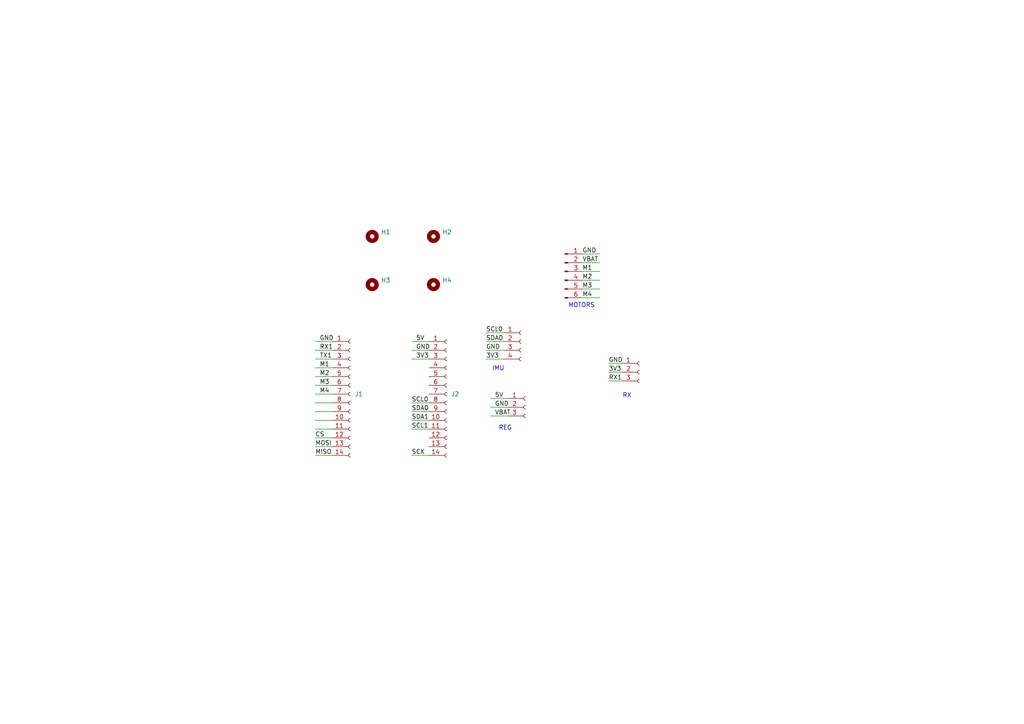
<source format=kicad_sch>
(kicad_sch (version 20250114) (generator "eeschema") (generator_version "9.0")
  (paper "A4")
  (lib_symbols
    (symbol "Connector:Conn_01x03_Socket" (pin_names (offset 1.016) (hide yes))
      (property "Reference" "J" (at 0 5.08 0))
      (property "Value" "Conn_01x03_Socket" (at 0 -5.08 0))
      (symbol "Conn_01x03_Socket_1_1"
        (polyline (pts (xy -1.27 2.54) (xy -0.508 2.54)) (stroke (width 0.1524)))
        (polyline (pts (xy -1.27 0) (xy -0.508 0)) (stroke (width 0.1524)))
        (polyline (pts (xy -1.27 -2.54) (xy -0.508 -2.54)) (stroke (width 0.1524)))
        (arc (start 0 2.032) (mid -0.5058 2.54) (end 0 3.048) (stroke (width 0.1524)))
        (arc (start 0 -0.508) (mid -0.5058 0) (end 0 0.508) (stroke (width 0.1524)))
        (arc (start 0 -3.048) (mid -0.5058 -2.54) (end 0 -2.032) (stroke (width 0.1524)))
        (pin passive line (at -5.08 2.54 0) (length 3.81) (name "Pin_1") (number "1"))
        (pin passive line (at -5.08 0 0) (length 3.81) (name "Pin_2") (number "2"))
        (pin passive line (at -5.08 -2.54 0) (length 3.81) (name "Pin_3") (number "3"))
      )
    )
    (symbol "Connector:Conn_01x04_Socket" (pin_names (offset 1.016) (hide yes))
      (property "Reference" "J" (at 0 5.08 0))
      (property "Value" "Conn_01x04_Socket" (at 0 -7.62 0))
      (symbol "Conn_01x04_Socket_1_1"
        (polyline (pts (xy -1.27 2.54) (xy -0.508 2.54)) (stroke (width 0.1524)))
        (polyline (pts (xy -1.27 0) (xy -0.508 0)) (stroke (width 0.1524)))
        (polyline (pts (xy -1.27 -2.54) (xy -0.508 -2.54)) (stroke (width 0.1524)))
        (polyline (pts (xy -1.27 -5.08) (xy -0.508 -5.08)) (stroke (width 0.1524)))
        (arc (start 0 2.032) (mid -0.5058 2.54) (end 0 3.048) (stroke (width 0.1524)))
        (arc (start 0 -0.508) (mid -0.5058 0) (end 0 0.508) (stroke (width 0.1524)))
        (arc (start 0 -3.048) (mid -0.5058 -2.54) (end 0 -2.032) (stroke (width 0.1524)))
        (arc (start 0 -5.588) (mid -0.5058 -5.08) (end 0 -4.572) (stroke (width 0.1524)))
        (pin passive line (at -5.08 2.54 0) (length 3.81) (name "Pin_1") (number "1"))
        (pin passive line (at -5.08 0 0) (length 3.81) (name "Pin_2") (number "2"))
        (pin passive line (at -5.08 -2.54 0) (length 3.81) (name "Pin_3") (number "3"))
        (pin passive line (at -5.08 -5.08 0) (length 3.81) (name "Pin_4") (number "4"))
      )
    )
    (symbol "Connector:Conn_01x06_Pin" (pin_names (offset 1.016) (hide yes))
      (property "Reference" "J" (at 0 7.62 0))
      (property "Value" "Conn_01x06_Pin" (at 0 -10.16 0))
      (symbol "Conn_01x06_Pin_1_1"
        (rectangle (start 0.8636 5.207) (end 0 4.953) (stroke (width 0.1524)) (fill (type outline)))
        (rectangle (start 0.8636 2.667) (end 0 2.413) (stroke (width 0.1524)) (fill (type outline)))
        (rectangle (start 0.8636 0.127) (end 0 -0.127) (stroke (width 0.1524)) (fill (type outline)))
        (rectangle (start 0.8636 -2.413) (end 0 -2.667) (stroke (width 0.1524)) (fill (type outline)))
        (rectangle (start 0.8636 -4.953) (end 0 -5.207) (stroke (width 0.1524)) (fill (type outline)))
        (rectangle (start 0.8636 -7.493) (end 0 -7.747) (stroke (width 0.1524)) (fill (type outline)))
        (polyline (pts (xy 1.27 5.08) (xy 0.8636 5.08)) (stroke (width 0.1524)))
        (polyline (pts (xy 1.27 2.54) (xy 0.8636 2.54)) (stroke (width 0.1524)))
        (polyline (pts (xy 1.27 0) (xy 0.8636 0)) (stroke (width 0.1524)))
        (polyline (pts (xy 1.27 -2.54) (xy 0.8636 -2.54)) (stroke (width 0.1524)))
        (polyline (pts (xy 1.27 -5.08) (xy 0.8636 -5.08)) (stroke (width 0.1524)))
        (polyline (pts (xy 1.27 -7.62) (xy 0.8636 -7.62)) (stroke (width 0.1524)))
        (pin passive line (at 5.08 5.08 180) (length 3.81) (name "Pin_1") (number "1"))
        (pin passive line (at 5.08 2.54 180) (length 3.81) (name "Pin_2") (number "2"))
        (pin passive line (at 5.08 0 180) (length 3.81) (name "Pin_3") (number "3"))
        (pin passive line (at 5.08 -2.54 180) (length 3.81) (name "Pin_4") (number "4"))
        (pin passive line (at 5.08 -5.08 180) (length 3.81) (name "Pin_5") (number "5"))
        (pin passive line (at 5.08 -7.62 180) (length 3.81) (name "Pin_6") (number "6"))
      )
    )
    (symbol "Connector:Conn_01x14_Socket" (pin_names (offset 1.016) (hide yes))
      (property "Reference" "J" (at 0 17.78 0))
      (property "Value" "Conn_01x14_Socket" (at 0 -20.32 0))
      (symbol "Conn_01x14_Socket_1_1"
        (polyline (pts (xy -1.27 15.24) (xy -0.508 15.24)) (stroke (width 0.1524)))
        (polyline (pts (xy -1.27 12.7) (xy -0.508 12.7)) (stroke (width 0.1524)))
        (polyline (pts (xy -1.27 10.16) (xy -0.508 10.16)) (stroke (width 0.1524)))
        (polyline (pts (xy -1.27 7.62) (xy -0.508 7.62)) (stroke (width 0.1524)))
        (polyline (pts (xy -1.27 5.08) (xy -0.508 5.08)) (stroke (width 0.1524)))
        (polyline (pts (xy -1.27 2.54) (xy -0.508 2.54)) (stroke (width 0.1524)))
        (polyline (pts (xy -1.27 0) (xy -0.508 0)) (stroke (width 0.1524)))
        (polyline (pts (xy -1.27 -2.54) (xy -0.508 -2.54)) (stroke (width 0.1524)))
        (polyline (pts (xy -1.27 -5.08) (xy -0.508 -5.08)) (stroke (width 0.1524)))
        (polyline (pts (xy -1.27 -7.62) (xy -0.508 -7.62)) (stroke (width 0.1524)))
        (polyline (pts (xy -1.27 -10.16) (xy -0.508 -10.16)) (stroke (width 0.1524)))
        (polyline (pts (xy -1.27 -12.7) (xy -0.508 -12.7)) (stroke (width 0.1524)))
        (polyline (pts (xy -1.27 -15.24) (xy -0.508 -15.24)) (stroke (width 0.1524)))
        (polyline (pts (xy -1.27 -17.78) (xy -0.508 -17.78)) (stroke (width 0.1524)))
        (arc (start 0 14.732) (mid -0.5058 15.24) (end 0 15.748) (stroke (width 0.1524)))
        (arc (start 0 12.192) (mid -0.5058 12.7) (end 0 13.208) (stroke (width 0.1524)))
        (arc (start 0 9.652) (mid -0.5058 10.16) (end 0 10.668) (stroke (width 0.1524)))
        (arc (start 0 7.112) (mid -0.5058 7.62) (end 0 8.128) (stroke (width 0.1524)))
        (arc (start 0 4.572) (mid -0.5058 5.08) (end 0 5.588) (stroke (width 0.1524)))
        (arc (start 0 2.032) (mid -0.5058 2.54) (end 0 3.048) (stroke (width 0.1524)))
        (arc (start 0 -0.508) (mid -0.5058 0) (end 0 0.508) (stroke (width 0.1524)))
        (arc (start 0 -3.048) (mid -0.5058 -2.54) (end 0 -2.032) (stroke (width 0.1524)))
        (arc (start 0 -5.588) (mid -0.5058 -5.08) (end 0 -4.572) (stroke (width 0.1524)))
        (arc (start 0 -8.128) (mid -0.5058 -7.62) (end 0 -7.112) (stroke (width 0.1524)))
        (arc (start 0 -10.668) (mid -0.5058 -10.16) (end 0 -9.652) (stroke (width 0.1524)))
        (arc (start 0 -13.208) (mid -0.5058 -12.7) (end 0 -12.192) (stroke (width 0.1524)))
        (arc (start 0 -15.748) (mid -0.5058 -15.24) (end 0 -14.732) (stroke (width 0.1524)))
        (arc (start 0 -18.288) (mid -0.5058 -17.78) (end 0 -17.272) (stroke (width 0.1524)))
        (pin passive line (at -5.08 15.24 0) (length 3.81) (name "Pin_1") (number "1"))
        (pin passive line (at -5.08 12.7 0) (length 3.81) (name "Pin_2") (number "2"))
        (pin passive line (at -5.08 10.16 0) (length 3.81) (name "Pin_3") (number "3"))
        (pin passive line (at -5.08 7.62 0) (length 3.81) (name "Pin_4") (number "4"))
        (pin passive line (at -5.08 5.08 0) (length 3.81) (name "Pin_5") (number "5"))
        (pin passive line (at -5.08 2.54 0) (length 3.81) (name "Pin_6") (number "6"))
        (pin passive line (at -5.08 0 0) (length 3.81) (name "Pin_7") (number "7"))
        (pin passive line (at -5.08 -2.54 0) (length 3.81) (name "Pin_8") (number "8"))
        (pin passive line (at -5.08 -5.08 0) (length 3.81) (name "Pin_9") (number "9"))
        (pin passive line (at -5.08 -7.62 0) (length 3.81) (name "Pin_10") (number "10"))
        (pin passive line (at -5.08 -10.16 0) (length 3.81) (name "Pin_11") (number "11"))
        (pin passive line (at -5.08 -12.7 0) (length 3.81) (name "Pin_12") (number "12"))
        (pin passive line (at -5.08 -15.24 0) (length 3.81) (name "Pin_13") (number "13"))
        (pin passive line (at -5.08 -17.78 0) (length 3.81) (name "Pin_14") (number "14"))
      )
    )
    (symbol "Mechanical:MountingHole" (pin_names (offset 1.016)) (in_bom no)
      (property "Reference" "H" (at 0 5.08 0))
      (property "Value" "MountingHole" (at 0 3.175 0))
      (symbol "MountingHole_0_1"
        (circle (center 0 0) (radius 1.27) (stroke (width 1.27)))
      )
    )
  )
  (text "REG" (at 146.558 124.206 0) (effects (font (size 1.27 1.27))))
  (text "IMU" (at 144.526 106.934 0) (effects (font (size 1.27 1.27))))
  (text "RX" (at 181.864 114.808 0) (effects (font (size 1.27 1.27))))
  (text "MOTORS" (at 168.656 88.646 0) (effects (font (size 1.27 1.27))))
  (wire (pts (xy 119.38 99.06) (xy 124.46 99.06)))
  (wire (pts (xy 168.91 81.28) (xy 173.99 81.28)))
  (wire (pts (xy 142.24 118.11) (xy 147.32 118.11)))
  (wire (pts (xy 140.97 96.52) (xy 146.05 96.52)))
  (wire (pts (xy 91.44 129.54) (xy 96.52 129.54)))
  (wire (pts (xy 119.38 119.38) (xy 124.46 119.38)))
  (wire (pts (xy 168.91 86.36) (xy 173.99 86.36)))
  (wire (pts (xy 119.38 101.6) (xy 124.46 101.6)))
  (wire (pts (xy 91.44 111.76) (xy 96.52 111.76)))
  (wire (pts (xy 140.97 104.14) (xy 146.05 104.14)))
  (wire (pts (xy 168.91 83.82) (xy 173.99 83.82)))
  (wire (pts (xy 91.44 101.6) (xy 96.52 101.6)))
  (wire (pts (xy 168.91 73.66) (xy 173.99 73.66)))
  (wire (pts (xy 119.38 121.92) (xy 124.46 121.92)))
  (wire (pts (xy 91.44 127) (xy 96.52 127)))
  (wire (pts (xy 91.44 121.92) (xy 96.52 121.92)))
  (wire (pts (xy 91.44 106.68) (xy 96.52 106.68)))
  (wire (pts (xy 176.53 107.95) (xy 180.34 107.95)))
  (wire (pts (xy 91.44 114.3) (xy 96.52 114.3)))
  (wire (pts (xy 176.53 110.49) (xy 180.34 110.49)))
  (wire (pts (xy 91.44 116.84) (xy 96.52 116.84)))
  (wire (pts (xy 142.24 115.57) (xy 147.32 115.57)))
  (wire (pts (xy 168.91 78.74) (xy 173.99 78.74)))
  (wire (pts (xy 119.38 124.46) (xy 124.46 124.46)))
  (wire (pts (xy 119.38 116.84) (xy 124.46 116.84)))
  (wire (pts (xy 140.97 101.6) (xy 146.05 101.6)))
  (wire (pts (xy 140.97 99.06) (xy 146.05 99.06)))
  (wire (pts (xy 91.44 132.08) (xy 96.52 132.08)))
  (wire (pts (xy 142.24 120.65) (xy 147.32 120.65)))
  (wire (pts (xy 176.53 105.41) (xy 180.34 105.41)))
  (wire (pts (xy 91.44 104.14) (xy 96.52 104.14)))
  (wire (pts (xy 91.44 109.22) (xy 96.52 109.22)))
  (wire (pts (xy 91.44 124.46) (xy 96.52 124.46)))
  (wire (pts (xy 91.44 119.38) (xy 96.52 119.38)))
  (wire (pts (xy 119.38 132.08) (xy 124.46 132.08)))
  (wire (pts (xy 119.38 104.14) (xy 124.46 104.14)))
  (wire (pts (xy 168.91 76.2) (xy 173.99 76.2)))
  (wire (pts (xy 91.44 99.06) (xy 96.52 99.06)))
  (label "M3" (at 168.91 83.82 0))
  (label "SDA0" (at 119.38 119.38 0))
  (label "GND" (at 92.71 99.06 0))
  (label "SCK" (at 119.38 132.08 0))
  (label "M2" (at 168.91 81.28 0))
  (label "VBAT" (at 143.51 120.65 0))
  (label "CS" (at 91.44 127 0))
  (label "SDA0" (at 140.97 99.06 0))
  (label "GND" (at 120.65 101.6 0))
  (label "M2" (at 92.71 109.22 0))
  (label "MISO" (at 91.44 132.08 0))
  (label "3V3" (at 176.53 107.95 0))
  (label "VBAT" (at 168.91 76.2 0))
  (label "5V" (at 143.51 115.57 0))
  (label "M3" (at 92.71 111.76 0))
  (label "SCL0" (at 119.38 116.84 0))
  (label "M1" (at 92.71 106.68 0))
  (label "MOSI" (at 91.44 129.54 0))
  (label "M4" (at 92.71 114.3 0))
  (label "GND" (at 143.51 118.11 0))
  (label "M1" (at 168.91 78.74 0))
  (label "GND" (at 140.97 101.6 0))
  (label "RX1" (at 176.53 110.49 0))
  (label "5V" (at 120.65 99.06 0))
  (label "TX1" (at 92.71 104.14 0))
  (label "SCL0" (at 140.97 96.52 0))
  (label "3V3" (at 140.97 104.14 0))
  (label "GND" (at 168.91 73.66 0))
  (label "3V3" (at 120.65 104.14 0))
  (label "SCL1" (at 119.38 124.46 0))
  (label "SDA1" (at 119.38 121.92 0))
  (label "GND" (at 176.53 105.41 0))
  (label "RX1" (at 92.71 101.6 0))
  (label "M4" (at 168.91 86.36 0))
  (symbol (lib_id "Connector:Conn_01x04_Socket") (at 151.13 99.06 0) (unit 1)
    (property "Reference" "J3" (effects (hide yes)))
    (property "Value" "Conn_01x04_Socket" (effects (hide yes)))
    (property "Footprint" "Connector_PinHeader_2.54mm:PinHeader_1x04_P2.54mm_Vertical" (effects (hide yes)))
    (property "Description" "Generic connector, single row, 01x04, script generated" (effects (hide yes)))
  )
  (symbol (lib_id "Connector:Conn_01x03_Socket") (at 185.42 107.95 0) (unit 1)
    (property "Reference" "J6" (effects (hide yes)))
    (property "Value" "Conn_01x03_Socket" (effects (hide yes)))
    (property "Footprint" "Connector_PinSocket_2.00mm:PinSocket_1x03_P2.00mm_Vertical" (effects (hide yes)))
    (property "Description" "Generic connector, single row, 01x03, script generated" (effects (hide yes)))
  )
  (symbol (lib_id "Mechanical:MountingHole") (at 125.73 82.55 0) (unit 1) (in_bom no)
    (property "Reference" "H4" (at 128.27 81.2799 0) (effects (justify left)))
    (property "Value" "MountingHole" (effects (hide yes)))
    (property "Footprint" "MountingHole:MountingHole_2.5mm" (effects (hide yes)))
    (property "Description" "Mounting Hole without connection" (effects (hide yes)))
  )
  (symbol (lib_id "Mechanical:MountingHole") (at 107.95 82.55 0) (unit 1) (in_bom no)
    (property "Reference" "H3" (at 110.49 81.2799 0) (effects (justify left)))
    (property "Value" "MountingHole" (effects (hide yes)))
    (property "Footprint" "MountingHole:MountingHole_2.5mm" (effects (hide yes)))
    (property "Description" "Mounting Hole without connection" (effects (hide yes)))
  )
  (symbol (lib_id "Connector:Conn_01x14_Socket") (at 129.54 114.3 0) (unit 1)
    (property "Reference" "J2" (at 130.81 114.2999 0) (effects (justify left)))
    (property "Value" "Conn_01x14_Socket" (effects (hide yes)))
    (property "Footprint" "Connector_PinSocket_2.54mm:PinSocket_1x14_P2.54mm_Vertical" (effects (hide yes)))
    (property "Description" "Generic connector, single row, 01x14, script generated" (effects (hide yes)))
  )
  (symbol (lib_id "Mechanical:MountingHole") (at 125.73 68.58 0) (unit 1) (in_bom no)
    (property "Reference" "H2" (at 128.27 67.3099 0) (effects (justify left)))
    (property "Value" "MountingHole" (effects (hide yes)))
    (property "Footprint" "MountingHole:MountingHole_2.5mm" (effects (hide yes)))
    (property "Description" "Mounting Hole without connection" (effects (hide yes)))
  )
  (symbol (lib_id "Connector:Conn_01x14_Socket") (at 101.6 114.3 0) (unit 1)
    (property "Reference" "J1" (at 102.87 114.2999 0) (effects (justify left)))
    (property "Value" "Conn_01x14_Socket" (effects (hide yes)))
    (property "Footprint" "Connector_PinSocket_2.54mm:PinSocket_1x14_P2.54mm_Vertical" (effects (hide yes)))
    (property "Description" "Generic connector, single row, 01x14, script generated" (effects (hide yes)))
  )
  (symbol (lib_id "Connector:Conn_01x06_Pin") (at 163.83 78.74 0) (unit 1)
    (property "Reference" "J5" (effects (hide yes)))
    (property "Value" "Conn_01x06_Pin" (effects (hide yes)))
    (property "Footprint" "Connector_PinHeader_2.00mm:PinHeader_1x06_P2.00mm_Vertical" (effects (hide yes)))
    (property "Description" "Generic connector, single row, 01x06, script generated" (effects (hide yes)))
  )
  (symbol (lib_id "Mechanical:MountingHole") (at 107.95 68.58 0) (unit 1) (in_bom no)
    (property "Reference" "H1" (at 110.49 67.3099 0) (effects (justify left)))
    (property "Value" "MountingHole" (effects (hide yes)))
    (property "Footprint" "MountingHole:MountingHole_2.5mm" (effects (hide yes)))
    (property "Description" "Mounting Hole without connection" (effects (hide yes)))
  )
  (symbol (lib_id "Connector:Conn_01x03_Socket") (at 152.4 118.11 0) (unit 1)
    (property "Reference" "J4" (effects (hide yes)))
    (property "Value" "Conn_01x03_Socket" (effects (hide yes)))
    (property "Footprint" "Connector_PinHeader_2.54mm:PinHeader_1x03_P2.54mm_Vertical" (effects (hide yes)))
    (property "Description" "Generic connector, single row, 01x03, script generated" (effects (hide yes)))
  )
)
</source>
